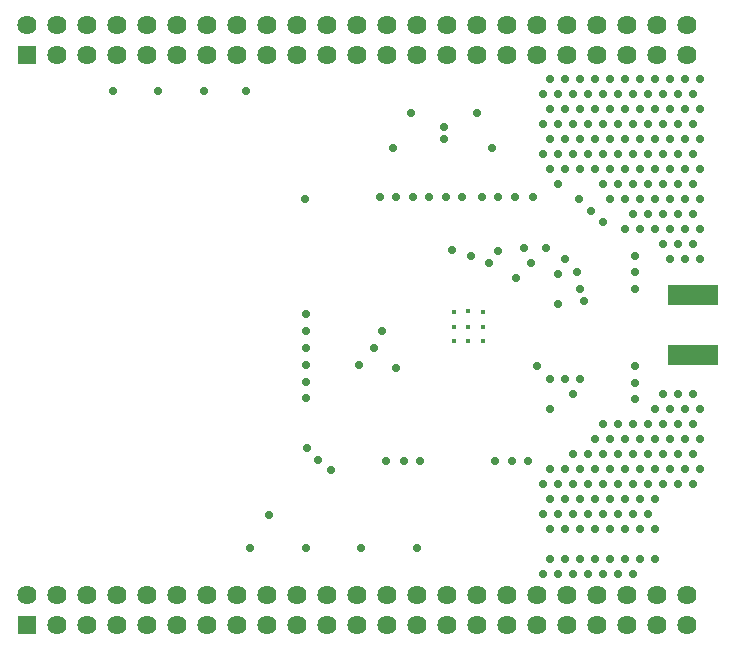
<source format=gbs>
G04 Layer_Color=16711935*
%FSLAX25Y25*%
%MOIN*%
G70*
G01*
G75*
%ADD53R,0.16584X0.06584*%
%ADD71C,0.06400*%
%ADD72R,0.06400X0.06400*%
%ADD73C,0.02800*%
%ADD74C,0.01772*%
D53*
X301500Y119500D02*
D03*
Y99500D02*
D03*
D71*
X89383Y19381D02*
D03*
Y9381D02*
D03*
X179383Y19381D02*
D03*
X189383Y9381D02*
D03*
X179383D02*
D03*
X289383D02*
D03*
X299383Y19381D02*
D03*
X259383Y9381D02*
D03*
X189383Y19381D02*
D03*
X199383Y9381D02*
D03*
X169383Y19381D02*
D03*
X99383D02*
D03*
Y9381D02*
D03*
X229383Y19381D02*
D03*
Y9381D02*
D03*
X239383D02*
D03*
X249383D02*
D03*
X239383Y19381D02*
D03*
X249383D02*
D03*
X259383D02*
D03*
X269383D02*
D03*
Y9381D02*
D03*
X279383Y19381D02*
D03*
Y9381D02*
D03*
X289383Y19381D02*
D03*
X299383Y9381D02*
D03*
X219383Y19381D02*
D03*
Y9381D02*
D03*
X209383D02*
D03*
Y19381D02*
D03*
X119383D02*
D03*
X109383D02*
D03*
Y9381D02*
D03*
X119383D02*
D03*
X199383Y19381D02*
D03*
X159383D02*
D03*
X139383Y9381D02*
D03*
X169383D02*
D03*
X129383Y19381D02*
D03*
X139383D02*
D03*
X129383Y9381D02*
D03*
X149383D02*
D03*
Y19381D02*
D03*
X159383Y9381D02*
D03*
X79383Y19381D02*
D03*
X89383Y209381D02*
D03*
Y199381D02*
D03*
X179383Y209381D02*
D03*
X189383Y199381D02*
D03*
X179383D02*
D03*
X289383D02*
D03*
X299383Y209381D02*
D03*
X259383Y199381D02*
D03*
X189383Y209381D02*
D03*
X199383Y199381D02*
D03*
X169383Y209381D02*
D03*
X99383D02*
D03*
Y199381D02*
D03*
X229383Y209381D02*
D03*
Y199381D02*
D03*
X239383D02*
D03*
X249383D02*
D03*
X239383Y209381D02*
D03*
X249383D02*
D03*
X259383D02*
D03*
X269383D02*
D03*
Y199381D02*
D03*
X279383Y209381D02*
D03*
Y199381D02*
D03*
X289383Y209381D02*
D03*
X299383Y199381D02*
D03*
X219383Y209381D02*
D03*
Y199381D02*
D03*
X209383D02*
D03*
Y209381D02*
D03*
X119383D02*
D03*
X109383D02*
D03*
Y199381D02*
D03*
X119383D02*
D03*
X199383Y209381D02*
D03*
X159383D02*
D03*
X139383Y199381D02*
D03*
X169383D02*
D03*
X129383Y209381D02*
D03*
X139383D02*
D03*
X129383Y199381D02*
D03*
X149383D02*
D03*
Y209381D02*
D03*
X159383Y199381D02*
D03*
X79383Y209381D02*
D03*
D72*
Y9381D02*
D03*
Y199381D02*
D03*
D73*
X265000Y117500D02*
D03*
X210348Y63890D02*
D03*
X204848D02*
D03*
X198997D02*
D03*
X227500Y132500D02*
D03*
X233500Y130000D02*
D03*
X236500Y134000D02*
D03*
X108000Y187500D02*
D03*
X123000D02*
D03*
X138500D02*
D03*
X152500D02*
D03*
X172000Y151500D02*
D03*
X153701Y35000D02*
D03*
X172201D02*
D03*
X190701D02*
D03*
X209201D02*
D03*
X160000Y46000D02*
D03*
X197000Y152000D02*
D03*
X202500D02*
D03*
X208000Y152000D02*
D03*
X213500D02*
D03*
X219000Y152000D02*
D03*
X224500D02*
D03*
X231000D02*
D03*
X236500D02*
D03*
X242000Y152000D02*
D03*
X248000D02*
D03*
X252500Y135000D02*
D03*
X262659Y127185D02*
D03*
X195000Y101620D02*
D03*
X197563Y107437D02*
D03*
X242500Y125000D02*
D03*
X190000Y96000D02*
D03*
X202500Y95000D02*
D03*
X172500Y112937D02*
D03*
Y107437D02*
D03*
Y101620D02*
D03*
Y95937D02*
D03*
Y90437D02*
D03*
Y85000D02*
D03*
X172563Y68500D02*
D03*
X176420Y64500D02*
D03*
X180581Y61000D02*
D03*
X249343Y95657D02*
D03*
X235489Y63890D02*
D03*
X240989Y63890D02*
D03*
X246489D02*
D03*
X282000Y95657D02*
D03*
Y90157D02*
D03*
Y84657D02*
D03*
Y132500D02*
D03*
Y127000D02*
D03*
Y121500D02*
D03*
X263500Y151378D02*
D03*
X267500Y147500D02*
D03*
X271500Y143822D02*
D03*
X218500Y171500D02*
D03*
X229500Y180000D02*
D03*
X207500D02*
D03*
X218500Y175500D02*
D03*
X234500Y168350D02*
D03*
X201500D02*
D03*
X220988Y134413D02*
D03*
X245000Y134980D02*
D03*
X247500Y130177D02*
D03*
X251299Y26299D02*
D03*
X253799Y31299D02*
D03*
Y41299D02*
D03*
X251299Y46299D02*
D03*
X253799Y51299D02*
D03*
X251299Y56299D02*
D03*
X253799Y61299D02*
D03*
Y81299D02*
D03*
Y91299D02*
D03*
Y161299D02*
D03*
X251299Y166299D02*
D03*
X253799Y171299D02*
D03*
X251299Y176299D02*
D03*
X253799Y181299D02*
D03*
X251299Y186299D02*
D03*
X253799Y191299D02*
D03*
X256299Y26299D02*
D03*
X258799Y31299D02*
D03*
Y41299D02*
D03*
X256299Y46299D02*
D03*
X258799Y51299D02*
D03*
X256299Y56299D02*
D03*
X258799Y61299D02*
D03*
Y91299D02*
D03*
X256299Y116299D02*
D03*
Y126299D02*
D03*
X258799Y131299D02*
D03*
X256299Y156299D02*
D03*
X258799Y161299D02*
D03*
X256299Y166299D02*
D03*
X258799Y171299D02*
D03*
X256299Y176299D02*
D03*
X258799Y181299D02*
D03*
X256299Y186299D02*
D03*
X258799Y191299D02*
D03*
X261299Y26299D02*
D03*
X263799Y31299D02*
D03*
Y41299D02*
D03*
X261299Y46299D02*
D03*
X263799Y51299D02*
D03*
X261299Y56299D02*
D03*
X263799Y61299D02*
D03*
X261299Y66299D02*
D03*
Y86299D02*
D03*
X263799Y91299D02*
D03*
Y121299D02*
D03*
Y161299D02*
D03*
X261299Y166299D02*
D03*
X263799Y171299D02*
D03*
X261299Y176299D02*
D03*
X263799Y181299D02*
D03*
X261299Y186299D02*
D03*
X263799Y191299D02*
D03*
X266299Y26299D02*
D03*
X268799Y31299D02*
D03*
Y41299D02*
D03*
X266299Y46299D02*
D03*
X268799Y51299D02*
D03*
X266299Y56299D02*
D03*
X268799Y61299D02*
D03*
X266299Y66299D02*
D03*
X268799Y71299D02*
D03*
Y161299D02*
D03*
X266299Y166299D02*
D03*
X268799Y171299D02*
D03*
X266299Y176299D02*
D03*
X268799Y181299D02*
D03*
X266299Y186299D02*
D03*
X268799Y191299D02*
D03*
X271299Y26299D02*
D03*
X273799Y31299D02*
D03*
Y41299D02*
D03*
X271299Y46299D02*
D03*
X273799Y51299D02*
D03*
X271299Y56299D02*
D03*
X273799Y61299D02*
D03*
X271299Y66299D02*
D03*
X273799Y71299D02*
D03*
X271299Y76299D02*
D03*
X273799Y151299D02*
D03*
X271299Y156299D02*
D03*
X273799Y161299D02*
D03*
X271299Y166299D02*
D03*
X273799Y171299D02*
D03*
X271299Y176299D02*
D03*
X273799Y181299D02*
D03*
X271299Y186299D02*
D03*
X273799Y191299D02*
D03*
X276299Y26299D02*
D03*
X278799Y31299D02*
D03*
Y41299D02*
D03*
X276299Y46299D02*
D03*
X278799Y51299D02*
D03*
X276299Y56299D02*
D03*
X278799Y61299D02*
D03*
X276299Y66299D02*
D03*
X278799Y71299D02*
D03*
X276299Y76299D02*
D03*
X278799Y141299D02*
D03*
Y151299D02*
D03*
X276299Y156299D02*
D03*
X278799Y161299D02*
D03*
X276299Y166299D02*
D03*
X278799Y171299D02*
D03*
X276299Y176299D02*
D03*
X278799Y181299D02*
D03*
X276299Y186299D02*
D03*
X278799Y191299D02*
D03*
X281299Y26299D02*
D03*
X283799Y31299D02*
D03*
Y41299D02*
D03*
X281299Y46299D02*
D03*
X283799Y51299D02*
D03*
X281299Y56299D02*
D03*
X283799Y61299D02*
D03*
X281299Y66299D02*
D03*
X283799Y71299D02*
D03*
X281299Y76299D02*
D03*
X283799Y141299D02*
D03*
X281299Y146299D02*
D03*
X283799Y151299D02*
D03*
X281299Y156299D02*
D03*
X283799Y161299D02*
D03*
X281299Y166299D02*
D03*
X283799Y171299D02*
D03*
X281299Y176299D02*
D03*
X283799Y181299D02*
D03*
X281299Y186299D02*
D03*
X283799Y191299D02*
D03*
X288799Y31299D02*
D03*
Y41299D02*
D03*
X286299Y46299D02*
D03*
X288799Y51299D02*
D03*
X286299Y56299D02*
D03*
X288799Y61299D02*
D03*
X286299Y66299D02*
D03*
X288799Y71299D02*
D03*
X286299Y76299D02*
D03*
X288799Y81299D02*
D03*
Y141299D02*
D03*
X286299Y146299D02*
D03*
X288799Y151299D02*
D03*
X286299Y156299D02*
D03*
X288799Y161299D02*
D03*
X286299Y166299D02*
D03*
X288799Y171299D02*
D03*
X286299Y176299D02*
D03*
X288799Y181299D02*
D03*
X286299Y186299D02*
D03*
X288799Y191299D02*
D03*
X291299Y56299D02*
D03*
X293799Y61299D02*
D03*
X291299Y66299D02*
D03*
X293799Y71299D02*
D03*
X291299Y76299D02*
D03*
X293799Y81299D02*
D03*
X291299Y86299D02*
D03*
X293799Y131299D02*
D03*
X291299Y136299D02*
D03*
X293799Y141299D02*
D03*
X291299Y146299D02*
D03*
X293799Y151299D02*
D03*
X291299Y156299D02*
D03*
X293799Y161299D02*
D03*
X291299Y166299D02*
D03*
X293799Y171299D02*
D03*
X291299Y176299D02*
D03*
X293799Y181299D02*
D03*
X291299Y186299D02*
D03*
X293799Y191299D02*
D03*
X296299Y56299D02*
D03*
X298799Y61299D02*
D03*
X296299Y66299D02*
D03*
X298799Y71299D02*
D03*
X296299Y76299D02*
D03*
X298799Y81299D02*
D03*
X296299Y86299D02*
D03*
X298799Y131299D02*
D03*
X296299Y136299D02*
D03*
X298799Y141299D02*
D03*
X296299Y146299D02*
D03*
X298799Y151299D02*
D03*
X296299Y156299D02*
D03*
X298799Y161299D02*
D03*
X296299Y166299D02*
D03*
X298799Y171299D02*
D03*
X296299Y176299D02*
D03*
X298799Y181299D02*
D03*
X296299Y186299D02*
D03*
X298799Y191299D02*
D03*
X301299Y56299D02*
D03*
X303799Y61299D02*
D03*
X301299Y66299D02*
D03*
X303799Y71299D02*
D03*
X301299Y76299D02*
D03*
X303799Y81299D02*
D03*
X301299Y86299D02*
D03*
X303799Y131299D02*
D03*
X301299Y136299D02*
D03*
X303799Y141299D02*
D03*
X301299Y146299D02*
D03*
X303799Y151299D02*
D03*
X301299Y156299D02*
D03*
X303799Y161299D02*
D03*
X301299Y166299D02*
D03*
X303799Y171299D02*
D03*
X301299Y176299D02*
D03*
X303799Y181299D02*
D03*
X301299Y186299D02*
D03*
X303799Y191299D02*
D03*
D74*
X226500Y113921D02*
D03*
Y104079D02*
D03*
Y108803D02*
D03*
X221776Y113528D02*
D03*
X231224D02*
D03*
X221776Y104079D02*
D03*
X231224Y108803D02*
D03*
Y104079D02*
D03*
X221776Y108803D02*
D03*
M02*

</source>
